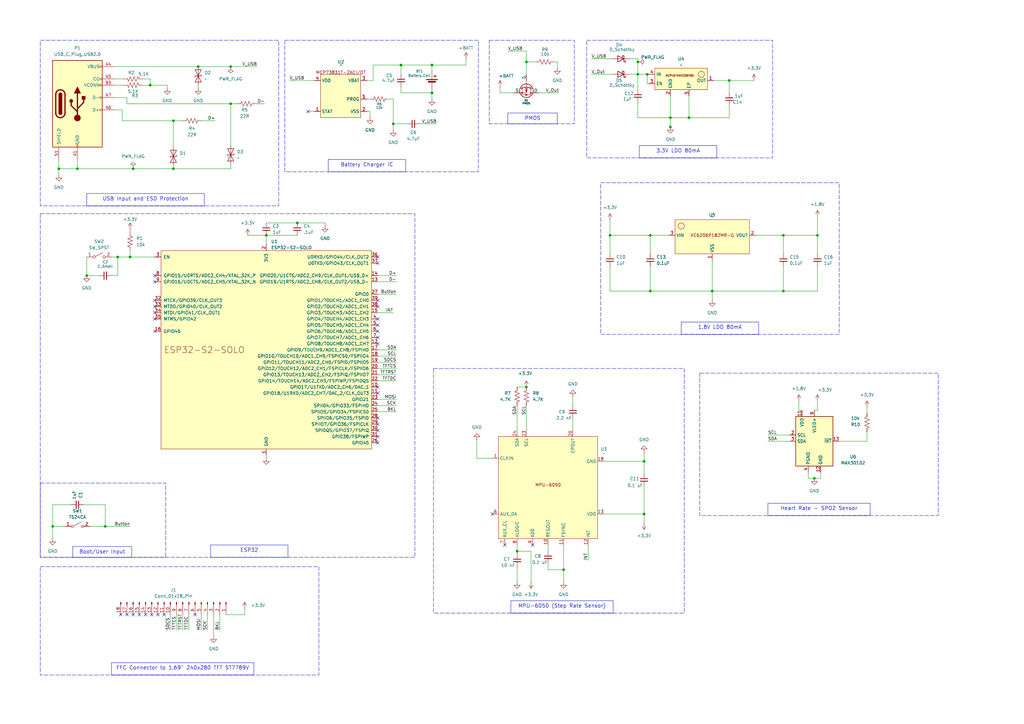
<source format=kicad_sch>
(kicad_sch (version 20231120) (generator "eeschema") (generator_version "8.0")
  (paper "A3")
  (junction (at 54.61 69.215))
  (junction (at 94.615 42.545))
  (junction (at 321.31 119.38))
  (junction (at 292.1 119.38))
  (junction (at 81.28 27.305))
  (junction (at 94.615 27.305))
  (junction (at 261.62 30.48))
  (junction (at 299.085 33.02))
  (junction (at 265.43 30.48))
  (junction (at 250.19 96.52))
  (junction (at 177.165 38.1))
  (junction (at 334.01 196.215))
  (junction (at 161.29 50.8))
  (junction (at 274.955 52.07))
  (junction (at 48.26 105.41))
  (junction (at 109.22 96.52))
  (junction (at 231.14 233.68))
  (junction (at 215.9 25.4))
  (junction (at 24.13 69.215))
  (junction (at 61.595 34.925))
  (junction (at 274.955 48.26))
  (junction (at 31.75 69.215))
  (junction (at 282.575 48.26))
  (junction (at 71.12 69.215))
  (junction (at 321.31 96.52))
  (junction (at 264.16 210.82))
  (junction (at 212.09 226.06))
  (junction (at 35.56 113.03))
  (junction (at 43.18 215.9))
  (junction (at 121.92 91.44))
  (junction (at 266.7 119.38))
  (junction (at 71.12 49.53))
  (junction (at 164.465 26.67))
  (junction (at 53.34 105.41))
  (junction (at 266.7 96.52))
  (junction (at 177.165 26.67))
  (junction (at 335.28 96.52))
  (junction (at 264.16 189.23))
  (junction (at 21.59 215.9))
  (junction (at 261.62 25.4))
  (junction (at 215.9 158.75))
  (no_connect (at 63.5 128.27))
  (no_connect (at 154.94 138.43))
  (no_connect (at 64.77 252.095))
  (no_connect (at 63.5 115.57))
  (no_connect (at 154.94 181.61))
  (no_connect (at 63.5 125.73))
  (no_connect (at 54.61 252.095))
  (no_connect (at 63.5 130.81))
  (no_connect (at 63.5 135.89))
  (no_connect (at 154.94 140.97))
  (no_connect (at 62.23 252.095))
  (no_connect (at 154.94 176.53))
  (no_connect (at 154.94 135.89))
  (no_connect (at 154.94 161.29))
  (no_connect (at 154.94 158.75))
  (no_connect (at 218.44 223.52))
  (no_connect (at 154.94 130.81))
  (no_connect (at 63.5 113.03))
  (no_connect (at 154.94 171.45))
  (no_connect (at 154.94 173.99))
  (no_connect (at 154.94 123.19))
  (no_connect (at 67.31 252.095))
  (no_connect (at 57.15 252.095))
  (no_connect (at 52.07 252.095))
  (no_connect (at 154.94 125.73))
  (no_connect (at 126.365 45.72))
  (no_connect (at 201.93 210.82))
  (no_connect (at 63.5 123.19))
  (no_connect (at 154.94 133.35))
  (no_connect (at 49.53 252.095))
  (no_connect (at 154.94 179.07))
  (no_connect (at 59.69 252.095))
  (no_connect (at 154.94 107.95))
  (no_connect (at 154.94 105.41))
  (no_connect (at 207.01 223.52))
  (no_connect (at 80.01 252.095))
  (wire (pts (xy 265.43 30.48) (xy 266.065 30.48)))
  (wire (pts (xy 355.6 167.005) (xy 355.6 169.545)))
  (wire (pts (xy 68.58 34.925) (xy 68.58 36.195)))
  (wire (pts (xy 177.165 26.67) (xy 191.135 26.67)))
  (wire (pts (xy 154.94 120.65) (xy 162.56 120.65)))
  (wire (pts (xy 274.955 52.07) (xy 274.955 53.34)))
  (wire (pts (xy 228.6 25.4) (xy 228.6 27.94)))
  (wire (pts (xy 159.385 40.64) (xy 161.29 40.64)))
  (wire (pts (xy 71.12 60.325) (xy 71.12 49.53)))
  (wire (pts (xy 31.75 69.215) (xy 54.61 69.215)))
  (wire (pts (xy 162.56 156.21) (xy 154.94 156.21)))
  (wire (pts (xy 48.26 105.41) (xy 53.34 105.41)))
  (wire (pts (xy 87.63 260.985) (xy 87.63 252.095)))
  (wire (pts (xy 261.62 25.4) (xy 261.62 30.48)))
  (wire (pts (xy 250.19 119.38) (xy 266.7 119.38)))
  (wire (pts (xy 195.58 180.34) (xy 195.58 187.96)))
  (wire (pts (xy 208.28 20.955) (xy 215.9 20.955)))
  (wire (pts (xy 52.07 40.005) (xy 52.07 42.545)))
  (wire (pts (xy 94.615 42.545) (xy 97.155 42.545)))
  (wire (pts (xy 162.56 143.51) (xy 154.94 143.51)))
  (wire (pts (xy 24.13 65.405) (xy 24.13 69.215)))
  (wire (pts (xy 151.765 48.26) (xy 151.765 45.72)))
  (wire (pts (xy 309.88 96.52) (xy 321.31 96.52)))
  (wire (pts (xy 53.34 93.98) (xy 53.34 95.25)))
  (wire (pts (xy 85.09 258.445) (xy 85.09 252.095)))
  (wire (pts (xy 191.135 24.13) (xy 191.135 26.67)))
  (wire (pts (xy 321.31 109.22) (xy 321.31 119.38)))
  (wire (pts (xy 82.55 252.095) (xy 82.55 258.445)))
  (wire (pts (xy 161.29 40.64) (xy 161.29 50.8)))
  (wire (pts (xy 43.18 207.01) (xy 43.18 215.9)))
  (wire (pts (xy 327.66 164.465) (xy 327.66 168.275)))
  (wire (pts (xy 250.19 104.14) (xy 250.19 96.52)))
  (wire (pts (xy 162.56 151.13) (xy 154.94 151.13)))
  (wire (pts (xy 46.99 32.385) (xy 50.8 32.385)))
  (wire (pts (xy 242.57 24.13) (xy 250.825 24.13)))
  (wire (pts (xy 100.33 252.095) (xy 92.71 252.095)))
  (wire (pts (xy 61.595 34.925) (xy 68.58 34.925)))
  (wire (pts (xy 77.47 252.095) (xy 77.47 258.445)))
  (wire (pts (xy 133.35 91.44) (xy 133.35 92.71)))
  (wire (pts (xy 153.035 33.02) (xy 150.495 33.02)))
  (wire (pts (xy 234.95 171.45) (xy 234.95 176.53)))
  (wire (pts (xy 258.445 24.13) (xy 261.62 24.13)))
  (wire (pts (xy 162.56 148.59) (xy 154.94 148.59)))
  (wire (pts (xy 266.065 34.29) (xy 265.43 34.29)))
  (wire (pts (xy 355.6 177.165) (xy 355.6 180.975)))
  (wire (pts (xy 327.66 168.275) (xy 328.93 168.275)))
  (wire (pts (xy 161.29 50.8) (xy 161.29 53.34)))
  (wire (pts (xy 50.165 49.53) (xy 50.165 45.085)))
  (wire (pts (xy 334.01 196.215) (xy 336.55 196.215)))
  (wire (pts (xy 50.165 49.53) (xy 71.12 49.53)))
  (wire (pts (xy 104.775 42.545) (xy 108.585 42.545)))
  (wire (pts (xy 274.955 48.26) (xy 274.955 52.07)))
  (wire (pts (xy 261.62 48.26) (xy 274.955 48.26)))
  (wire (pts (xy 61.595 32.385) (xy 61.595 34.925)))
  (wire (pts (xy 282.575 48.26) (xy 274.955 48.26)))
  (wire (pts (xy 162.56 168.91) (xy 154.94 168.91)))
  (wire (pts (xy 335.28 96.52) (xy 321.31 96.52)))
  (wire (pts (xy 321.31 96.52) (xy 321.31 104.14)))
  (wire (pts (xy 205.105 35.56) (xy 205.105 38.1)))
  (wire (pts (xy 335.28 88.9) (xy 335.28 96.52)))
  (wire (pts (xy 21.59 215.9) (xy 26.67 215.9)))
  (wire (pts (xy 72.39 252.095) (xy 72.39 258.445)))
  (wire (pts (xy 266.7 109.22) (xy 266.7 119.38)))
  (wire (pts (xy 164.465 26.67) (xy 164.465 30.48)))
  (wire (pts (xy 250.19 90.17) (xy 250.19 96.52)))
  (wire (pts (xy 35.56 105.41) (xy 35.56 113.03)))
  (wire (pts (xy 215.9 166.37) (xy 215.9 176.53)))
  (wire (pts (xy 212.09 158.75) (xy 215.9 158.75)))
  (wire (pts (xy 52.07 42.545) (xy 94.615 42.545)))
  (wire (pts (xy 299.085 33.02) (xy 309.245 33.02)))
  (wire (pts (xy 164.465 35.56) (xy 164.465 38.1)))
  (wire (pts (xy 258.445 30.48) (xy 261.62 30.48)))
  (wire (pts (xy 43.18 215.9) (xy 36.83 215.9)))
  (wire (pts (xy 81.28 27.305) (xy 94.615 27.305)))
  (wire (pts (xy 109.22 187.96) (xy 109.22 186.69)))
  (wire (pts (xy 54.61 69.215) (xy 71.12 69.215)))
  (wire (pts (xy 282.575 39.37) (xy 282.575 48.26)))
  (wire (pts (xy 264.16 199.39) (xy 264.16 210.82)))
  (wire (pts (xy 121.92 91.44) (xy 133.35 91.44)))
  (wire (pts (xy 21.59 215.9) (xy 21.59 220.98)))
  (wire (pts (xy 242.57 30.48) (xy 250.825 30.48)))
  (wire (pts (xy 58.42 32.385) (xy 61.595 32.385)))
  (wire (pts (xy 224.79 233.68) (xy 224.79 231.14)))
  (wire (pts (xy 336.55 193.675) (xy 336.55 196.215)))
  (wire (pts (xy 126.365 45.72) (xy 128.905 45.72)))
  (wire (pts (xy 241.3 223.52) (xy 241.3 229.87)))
  (wire (pts (xy 229.235 38.1) (xy 220.98 38.1)))
  (wire (pts (xy 46.99 27.305) (xy 81.28 27.305)))
  (wire (pts (xy 90.17 258.445) (xy 90.17 252.095)))
  (wire (pts (xy 29.21 207.01) (xy 21.59 207.01)))
  (wire (pts (xy 299.085 38.1) (xy 299.085 33.02)))
  (wire (pts (xy 264.16 189.23) (xy 264.16 194.31)))
  (wire (pts (xy 335.28 164.465) (xy 335.28 168.275)))
  (wire (pts (xy 212.09 232.41) (xy 212.09 238.76)))
  (wire (pts (xy 109.22 96.52) (xy 109.22 100.33)))
  (wire (pts (xy 109.22 91.44) (xy 121.92 91.44)))
  (wire (pts (xy 195.58 187.96) (xy 201.93 187.96)))
  (wire (pts (xy 177.165 26.67) (xy 177.165 29.21)))
  (wire (pts (xy 53.34 102.87) (xy 53.34 105.41)))
  (wire (pts (xy 247.65 189.23) (xy 264.16 189.23)))
  (wire (pts (xy 118.745 33.02) (xy 128.905 33.02)))
  (wire (pts (xy 212.09 226.06) (xy 212.09 227.33)))
  (wire (pts (xy 46.99 45.085) (xy 50.165 45.085)))
  (wire (pts (xy 164.465 26.67) (xy 177.165 26.67)))
  (wire (pts (xy 71.12 67.945) (xy 71.12 69.215)))
  (wire (pts (xy 58.42 34.925) (xy 61.595 34.925)))
  (wire (pts (xy 24.13 71.755) (xy 24.13 69.215)))
  (wire (pts (xy 261.62 24.13) (xy 261.62 25.4)))
  (wire (pts (xy 45.72 113.03) (xy 48.26 113.03)))
  (wire (pts (xy 247.65 210.82) (xy 264.16 210.82)))
  (wire (pts (xy 331.47 196.215) (xy 334.01 196.215)))
  (wire (pts (xy 35.56 113.03) (xy 40.64 113.03)))
  (wire (pts (xy 94.615 42.545) (xy 94.615 59.69)))
  (wire (pts (xy 21.59 207.01) (xy 21.59 215.9)))
  (wire (pts (xy 224.79 223.52) (xy 224.79 226.06)))
  (wire (pts (xy 261.62 41.91) (xy 261.62 48.26)))
  (wire (pts (xy 153.035 26.67) (xy 164.465 26.67)))
  (wire (pts (xy 161.29 50.8) (xy 167.005 50.8)))
  (wire (pts (xy 162.56 153.67) (xy 154.94 153.67)))
  (wire (pts (xy 162.56 166.37) (xy 154.94 166.37)))
  (wire (pts (xy 100.33 249.555) (xy 100.33 252.095)))
  (wire (pts (xy 212.09 166.37) (xy 212.09 176.53)))
  (wire (pts (xy 264.16 189.23) (xy 264.16 185.42)))
  (wire (pts (xy 266.7 96.52) (xy 266.7 104.14)))
  (wire (pts (xy 172.085 50.8) (xy 179.07 50.8)))
  (wire (pts (xy 335.28 168.275) (xy 334.01 168.275)))
  (wire (pts (xy 274.32 96.52) (xy 266.7 96.52)))
  (wire (pts (xy 177.165 38.1) (xy 177.165 40.64)))
  (wire (pts (xy 74.93 252.095) (xy 74.93 258.445)))
  (wire (pts (xy 53.34 105.41) (xy 63.5 105.41)))
  (wire (pts (xy 335.28 119.38) (xy 321.31 119.38)))
  (wire (pts (xy 331.47 193.675) (xy 331.47 196.215)))
  (wire (pts (xy 31.75 69.215) (xy 31.75 65.405)))
  (wire (pts (xy 48.26 113.03) (xy 48.26 105.41)))
  (wire (pts (xy 231.14 223.52) (xy 231.14 233.68)))
  (wire (pts (xy 355.6 180.975) (xy 344.17 180.975)))
  (wire (pts (xy 81.28 36.195) (xy 81.28 34.925)))
  (wire (pts (xy 205.105 38.1) (xy 210.82 38.1)))
  (wire (pts (xy 109.22 96.52) (xy 121.92 96.52)))
  (wire (pts (xy 162.56 115.57) (xy 154.94 115.57)))
  (wire (pts (xy 162.56 113.03) (xy 154.94 113.03)))
  (wire (pts (xy 314.96 180.975) (xy 323.85 180.975)))
  (wire (pts (xy 150.495 40.64) (xy 151.765 40.64)))
  (wire (pts (xy 250.19 96.52) (xy 266.7 96.52)))
  (wire (pts (xy 335.28 109.22) (xy 335.28 119.38)))
  (wire (pts (xy 162.56 163.83) (xy 154.94 163.83)))
  (wire (pts (xy 212.09 223.52) (xy 212.09 226.06)))
  (wire (pts (xy 215.9 20.955) (xy 215.9 25.4)))
  (wire (pts (xy 34.29 207.01) (xy 43.18 207.01)))
  (wire (pts (xy 292.1 123.19) (xy 292.1 119.38)))
  (wire (pts (xy 151.765 45.72) (xy 150.495 45.72)))
  (wire (pts (xy 219.71 25.4) (xy 215.9 25.4)))
  (wire (pts (xy 231.14 233.68) (xy 231.14 238.76)))
  (wire (pts (xy 299.085 33.02) (xy 292.735 33.02)))
  (wire (pts (xy 24.13 69.215) (xy 31.75 69.215)))
  (wire (pts (xy 94.615 27.305) (xy 105.41 27.305)))
  (wire (pts (xy 69.85 258.445) (xy 69.85 252.095)))
  (wire (pts (xy 45.72 105.41) (xy 48.26 105.41)))
  (wire (pts (xy 261.62 30.48) (xy 265.43 30.48)))
  (wire (pts (xy 71.12 69.215) (xy 94.615 69.215)))
  (wire (pts (xy 43.18 215.9) (xy 53.34 215.9)))
  (wire (pts (xy 299.085 48.26) (xy 282.575 48.26)))
  (wire (pts (xy 217.805 226.06) (xy 217.805 238.76)))
  (wire (pts (xy 250.19 109.22) (xy 250.19 119.38)))
  (wire (pts (xy 71.12 49.53) (xy 74.93 49.53)))
  (wire (pts (xy 274.955 48.26) (xy 274.955 39.37)))
  (wire (pts (xy 177.165 36.83) (xy 177.165 38.1)))
  (wire (pts (xy 101.6 96.52) (xy 109.22 96.52)))
  (wire (pts (xy 153.035 26.67) (xy 153.035 33.02)))
  (wire (pts (xy 82.55 49.53) (xy 88.265 49.53)))
  (wire (pts (xy 164.465 38.1) (xy 177.165 38.1)))
  (wire (pts (xy 265.43 34.29) (xy 265.43 30.48)))
  (wire (pts (xy 231.14 233.68) (xy 224.79 233.68)))
  (wire (pts (xy 46.99 34.925) (xy 50.8 34.925)))
  (wire (pts (xy 215.9 25.4) (xy 215.9 30.48)))
  (wire (pts (xy 264.16 210.82) (xy 264.16 214.63)))
  (wire (pts (xy 154.94 128.27) (xy 161.29 128.27)))
  (wire (pts (xy 212.09 226.06) (xy 217.805 226.06)))
  (wire (pts (xy 266.7 119.38) (xy 292.1 119.38)))
  (wire (pts (xy 299.085 43.18) (xy 299.085 48.26)))
  (wire (pts (xy 234.95 162.56) (xy 234.95 166.37)))
  (wire (pts (xy 228.6 25.4) (xy 227.33 25.4)))
  (wire (pts (xy 335.28 104.14) (xy 335.28 96.52)))
  (wire (pts (xy 261.62 30.48) (xy 261.62 36.83)))
  (wire (pts (xy 321.31 119.38) (xy 292.1 119.38)))
  (wire (pts (xy 94.615 67.31) (xy 94.615 69.215)))
  (wire (pts (xy 292.1 106.68) (xy 292.1 119.38)))
  (wire (pts (xy 46.99 40.005) (xy 52.07 40.005)))
  (wire (pts (xy 162.56 146.05) (xy 154.94 146.05)))
  (wire (pts (xy 314.96 178.435) (xy 323.85 178.435)))
  (rectangle (start 16.51 232.41) (end 130.81 276.86) (stroke (width 0) (type dash)))
  (rectangle (start 246.38 74.93) (end 344.17 137.16) (stroke (width 0) (type dash)))
  (rectangle (start 116.84 16.51) (end 196.215 70.485) (stroke (width 0) (type dash)))
  (rectangle (start 16.51 16.51) (end 114.3 84.455) (stroke (width 0) (type dash)))
  (rectangle (start 287.02 153.035) (end 384.81 211.455) (stroke (width 0) (type dash)))
  (rectangle (start 240.665 16.51) (end 316.865 64.77) (stroke (width 0) (type dash)))
  (rectangle (start 16.51 198.12) (end 67.945 228.6) (stroke (width 0) (type dash)))
  (rectangle (start 177.8 151.13) (end 280.67 251.46) (stroke (width 0) (type dash)))
  (rectangle (start 16.51 87.63) (end 170.18 228.6) (stroke (width 0) (type dash)))
  (rectangle (start 200.66 16.51) (end 235.585 50.8) (stroke (width 0) (type dash)))
  (text_box "1.8V LDO 80mA" (at 279.4 132.08 0) (size 31.75 5.08) (effects (font (size 1.524 1.524)) (justify top)))
  (text_box "3.3V LDO 80mA\n" (at 262.255 59.69 0) (size 31.75 5.08) (effects (font (size 1.524 1.524)) (justify top)))
  (text_box "Battery Charger IC\n" (at 134.62 65.405 0) (size 31.75 5.08) (effects (font (size 1.524 1.524)) (justify top)))
  (text_box "FFC Connector to 1.69\" 240x280 TFT ST7789V\n" (at 45.72 271.78 0) (size 58.42 5.08) (effects (font (size 1.524 1.524)) (justify top)))
  (text_box "Heart Rate - SPO2 Sensor\n" (at 314.96 206.375 0) (size 41.91 5.08) (effects (font (size 1.524 1.524)) (justify top)))
  (text_box "ESP32\n" (at 86.36 223.52 0) (size 31.75 5.08) (effects (font (size 1.524 1.524)) (justify top)))
  (text_box "PMOS" (at 208.28 46.355 0) (size 20.32 4.445) (effects (font (size 1.524 1.524)) (justify top)))
  (text_box "USB Input and ESD Protection\n" (at 35.56 79.375 0) (size 48.26 5.08) (effects (font (size 1.524 1.524)) (justify top)))
  (text_box "MPU-6050 (Step Rate Sensor)\n" (at 209.55 246.38 0) (size 41.91 5.08) (effects (font (size 1.524 1.524)) (justify top)))
  (text_box "Boot/User Input" (at 29.845 224.155 0) (size 24.13 4.445) (effects (font (size 1.524 1.524)) (justify top)))
  (label "MOSI" (at 162.56 163.83 180))
  (label "BKL" (at 162.56 168.91 180))
  (label "D-" (at 108.585 42.545 180))
  (label "SDA" (at 314.96 180.975 0))
  (label "TFTCS" (at 162.56 151.13 180))
  (label "D+" (at 88.265 49.53 180))
  (label "INT" (at 161.29 128.27 180))
  (label "SCK" (at 85.09 258.445 90))
  (label "SDA" (at 162.56 143.51 180))
  (label "SDCS" (at 69.85 258.445 90))
  (label "SCL" (at 215.9 170.18 90))
  (label "TFTCS" (at 72.39 258.445 90))
  (label "INT" (at 241.3 229.87 90))
  (label "Button" (at 53.34 215.9 180))
  (label "V_USB" (at 105.41 27.305 180))
  (label "SCL" (at 162.56 146.05 180))
  (label "TFTRST" (at 74.93 258.445 90))
  (label "TFTDC" (at 77.47 258.445 90))
  (label "SCK" (at 162.56 166.37 180))
  (label "SCL" (at 314.96 178.435 0))
  (label "V_USB" (at 208.28 20.955 0))
  (label "V_Out" (at 229.235 38.1 180))
  (label "V_USB" (at 179.07 50.8 180))
  (label "V_Out" (at 242.57 30.48 0))
  (label "V_USB" (at 118.745 33.02 0))
  (label "TFTDC" (at 162.56 156.21 180))
  (label "V_USB" (at 242.57 24.13 0))
  (label "SDA" (at 212.09 170.18 90))
  (label "MOSI" (at 82.55 258.445 90))
  (label "Button" (at 162.56 120.65 180))
  (label "D-" (at 162.56 115.57 180))
  (label "SDCS" (at 162.56 148.59 180))
  (label "BKL" (at 90.17 258.445 90))
  (label "D+" (at 162.56 113.03 180))
  (label "TFTRST" (at 162.56 153.67 180))
  (symbol (lib_id "Device:C_Small") (at 169.545 50.8 90) (unit 1)
    (property "Reference" "C6" (at 169.545 54.356 90))
    (property "Value" "4.7uF" (at 169.545 56.896 90))
    (property "Footprint" "Capacitor_SMD:C_0603_1608Metric" (effects (hide yes)))
    (property "Description" "Unpolarized capacitor, small symbol" (effects (hide yes)))
  )
  (symbol (lib_id "power:PWR_FLAG") (at 261.62 25.4 270) (unit 1)
    (property "Reference" "#FLG03" (effects (hide yes)))
    (property "Value" "PWR_FLAG" (at 262.89 23.495 90) (effects (justify left)))
    (property "Description" "Special symbol for telling ERC where power comes from" (effects (hide yes)))
  )
  (symbol (lib_id "Device:R_US") (at 53.34 99.06 0) (unit 1)
    (property "Reference" "R1" (at 55.88 97.7899 0) (effects (justify left)))
    (property "Value" "10k" (at 55.88 100.3299 0) (effects (justify left)))
    (property "Footprint" "Resistor_SMD:R_0603_1608Metric" (effects (hide yes)))
    (property "Description" "Resistor, US symbol" (effects (hide yes)))
  )
  (symbol (lib_id "Device:C_Small") (at 109.22 93.98 0) (unit 1)
    (property "Reference" "C3" (at 111.76 92.7162 0) (effects (justify left)))
    (property "Value" "1uF" (at 111.76 95.2562 0) (effects (justify left)))
    (property "Footprint" "Capacitor_SMD:C_0603_1608Metric" (effects (hide yes)))
    (property "Description" "Unpolarized capacitor, small symbol" (effects (hide yes)))
  )
  (symbol (lib_id "1.V LDO 80mA:XC6206P182MR-G") (at 292.1 86.36 0) (unit 1)
    (property "Reference" "U5" (at 292.1 88.138 0))
    (property "Value" "~" (at 292.1 88.9 0))
    (property "Footprint" "Package_TO_SOT_SMD:SOT-23" (effects (hide yes)))
  )
  (symbol (lib_id "Sensor:MAX30102") (at 334.01 180.975 0) (unit 1)
    (property "Reference" "U6" (at 349.885 187.325 0))
    (property "Value" "MAX30102" (at 349.885 189.865 0))
    (property "Footprint" "OptoDevice:Maxim_OLGA-14_3.3x5.6mm_P0.8mm" (effects (hide yes)))
    (property "Datasheet" "https://datasheets.maximintegrated.com/en/ds/MAX30102.pdf" (effects (hide yes)))
    (property "Description" "Heart Rate Sensor, 14-OLGA" (effects (hide yes)))
  )
  (symbol (lib_id "3.3V LDO 700mA:NCP167AMX330TBG") (at 278.765 26.67 0) (unit 1)
    (property "Reference" "U4" (at 279.4 24.13 0))
    (property "Value" "~" (at 279.4 26.67 0))
    (property "Footprint" "Package_DFN_QFN:OnSemi_XDFN4-1EP_1.0x1.0mm_EP0.52x0.52mm" (effects (hide yes)))
  )
  (symbol (lib_id "power:GND") (at 68.58 36.195 0) (unit 1)
    (property "Reference" "#PWR05" (effects (hide yes)))
    (property "Value" "GND" (at 68.58 41.275 0))
    (property "Description" "Power symbol creates a global label with name \"GND\" , ground" (effects (hide yes)))
  )
  (symbol (lib_id "power:GND") (at 109.22 187.96 0) (unit 1)
    (property "Reference" "#PWR010" (effects (hide yes)))
    (property "Value" "GND" (effects (hide yes)))
    (property "Description" "Power symbol creates a global label with name \"GND\" , ground" (effects (hide yes)))
  )
  (symbol (lib_name "GND_1") (lib_id "power:GND") (at 81.28 36.195 0) (unit 1)
    (property "Reference" "#PWR06" (effects (hide yes)))
    (property "Value" "GND" (at 81.28 41.275 0))
    (property "Description" "Power symbol creates a global label with name \"GND\" , ground" (effects (hide yes)))
  )
  (symbol (lib_id "Device:C_Small") (at 31.75 207.01 270) (unit 1)
    (property "Reference" "C1" (at 33.02 201.676 0) (effects (justify left)))
    (property "Value" "1uF" (at 30.48 201.168 0) (effects (justify left)))
    (property "Footprint" "Capacitor_SMD:C_0603_1608Metric" (effects (hide yes)))
    (property "Description" "Unpolarized capacitor, small symbol" (effects (hide yes)))
  )
  (symbol (lib_name "GND_1") (lib_id "power:GND") (at 87.63 260.985 0) (unit 1)
    (property "Reference" "#PWR07" (effects (hide yes)))
    (property "Value" "GND" (at 87.63 266.065 0))
    (property "Description" "Power symbol creates a global label with name \"GND\" , ground" (effects (hide yes)))
  )
  (symbol (lib_id "Device:R_US") (at 54.61 32.385 270) (mirror x) (unit 1)
    (property "Reference" "R2" (at 53.848 29.845 90))
    (property "Value" "5.1K" (at 58.928 30.353 90))
    (property "Footprint" "Resistor_SMD:R_0603_1608Metric" (effects (hide yes)))
    (property "Description" "Resistor, US symbol" (effects (hide yes)))
  )
  (symbol (lib_name "GND_7") (lib_id "power:GND") (at 35.56 113.03 0) (unit 1)
    (property "Reference" "#PWR03" (effects (hide yes)))
    (property "Value" "GND" (at 35.56 118.11 0))
    (property "Description" "Power symbol creates a global label with name \"GND\" , ground" (effects (hide yes)))
  )
  (symbol (lib_id "power:VCC") (at 355.6 167.005 0) (unit 1)
    (property "Reference" "#PWR034" (effects (hide yes)))
    (property "Value" "+3.3V" (at 355.6 161.925 0))
    (property "Description" "Power symbol creates a global label with name \"VCC\"" (effects (hide yes)))
  )
  (symbol (lib_id "Device:R_US") (at 78.74 49.53 90) (unit 1)
    (property "Reference" "R4" (at 78.74 52.705 90))
    (property "Value" "22R" (at 78.74 55.245 90))
    (property "Footprint" "Resistor_SMD:R_0603_1608Metric" (effects (hide yes)))
    (property "Description" "Resistor, US symbol" (effects (hide yes)))
  )
  (symbol (lib_id "power:VCC") (at 217.805 238.76 180) (unit 1)
    (property "Reference" "#PWR020" (effects (hide yes)))
    (property "Value" "+3.3V" (at 217.805 243.84 0))
    (property "Description" "Power symbol creates a global label with name \"VCC\"" (effects (hide yes)))
  )
  (symbol (lib_name "GND_1") (lib_id "power:GND") (at 292.1 123.19 0) (unit 1)
    (property "Reference" "#PWR028" (effects (hide yes)))
    (property "Value" "GND" (at 292.1 128.27 0))
    (property "Description" "Power symbol creates a global label with name \"GND\" , ground" (effects (hide yes)))
  )
  (symbol (lib_id "Device:C_Small") (at 266.7 106.68 0) (unit 1)
    (property "Reference" "C13" (at 269.24 105.4162 0) (effects (justify left)))
    (property "Value" "0.1uF" (at 269.24 107.9562 0) (effects (justify left)))
    (property "Footprint" "Capacitor_SMD:C_0603_1608Metric" (effects (hide yes)))
    (property "Description" "Unpolarized capacitor, small symbol" (effects (hide yes)))
  )
  (symbol (lib_name "GND_1") (lib_id "power:GND") (at 234.95 162.56 180) (unit 1)
    (property "Reference" "#PWR023" (effects (hide yes)))
    (property "Value" "GND" (at 234.95 157.48 0))
    (property "Description" "Power symbol creates a global label with name \"GND\" , ground" (effects (hide yes)))
  )
  (symbol (lib_id "Device:R_US") (at 223.52 25.4 90) (unit 1)
    (property "Reference" "R9" (at 224.79 20.3199 90) (effects (justify left)))
    (property "Value" "10k" (at 225.425 22.225 90) (effects (justify left)))
    (property "Footprint" "Resistor_SMD:R_0603_1608Metric" (effects (hide yes)))
    (property "Description" "Resistor, US symbol" (effects (hide yes)))
  )
  (symbol (lib_id "Device:C_Small") (at 299.085 40.64 180) (unit 1)
    (property "Reference" "C14" (at 304.419 41.91 0) (effects (justify left)))
    (property "Value" "1uF" (at 304.927 39.37 0) (effects (justify left)))
    (property "Footprint" "Capacitor_SMD:C_0603_1608Metric" (effects (hide yes)))
    (property "Description" "Unpolarized capacitor, small symbol" (effects (hide yes)))
  )
  (symbol (lib_id "power:+3.3V") (at 53.34 93.98 0) (unit 1)
    (property "Reference" "#PWR04" (effects (hide yes)))
    (property "Value" "+3.3V" (at 53.34 89.916 0))
    (property "Description" "Power symbol creates a global label with name \"+3.3V\"" (effects (hide yes)))
  )
  (symbol (lib_name "GND_1") (lib_id "power:GND") (at 334.01 196.215 0) (unit 1)
    (property "Reference" "#PWR031" (effects (hide yes)))
    (property "Value" "GND" (at 334.01 201.295 0))
    (property "Description" "Power symbol creates a global label with name \"GND\" , ground" (effects (hide yes)))
  )
  (symbol (lib_id "power:VCC") (at 327.66 164.465 0) (unit 1)
    (property "Reference" "#PWR030" (effects (hide yes)))
    (property "Value" "+1.8V" (at 327.66 159.385 0))
    (property "Description" "Power symbol creates a global label with name \"VCC\"" (effects (hide yes)))
  )
  (symbol (lib_name "GND_3") (lib_id "power:GND") (at 195.58 180.34 180) (unit 1)
    (property "Reference" "#PWR016" (effects (hide yes)))
    (property "Value" "GND" (at 195.58 175.26 0))
    (property "Description" "Power symbol creates a global label with name \"GND\" , ground" (effects (hide yes)))
  )
  (symbol (lib_id "power:VCC") (at 100.33 249.555 0) (unit 1)
    (property "Reference" "#PWR08" (effects (hide yes)))
    (property "Value" "+3.3V" (at 102.87 248.2849 0) (effects (justify left)))
    (property "Description" "Power symbol creates a global label with name \"VCC\"" (effects (hide yes)))
  )
  (symbol (lib_id "Switch:SW_SPST") (at 40.64 105.41 0) (unit 1)
    (property "Reference" "SW2" (at 40.64 99.06 0))
    (property "Value" "SW_SPST" (at 40.64 101.6 0))
    (property "Footprint" "Button_Switch_SMD:Panasonic_EVQPUM_EVQPUD" (effects (hide yes)))
    (property "Description" "Single Pole Single Throw (SPST) switch" (effects (hide yes)))
  )
  (symbol (lib_id "Diode:SD05_SOD323") (at 94.615 63.5 90) (mirror x) (unit 1)
    (property "Reference" "D3" (at 97.155 62.2299 90) (effects (justify right)))
    (property "Value" "~" (at 97.155 64.7699 90) (effects (justify right)))
    (property "Footprint" "Diode_SMD:D_SOD-882" (effects (hide yes)))
    (property "Datasheet" "https://www.littelfuse.com/~/media/electronics/datasheets/tvs_diode_arrays/littelfuse_tvs_diode_array_sd_c_datasheet.pdf.pdf" (effects (hide yes)))
    (property "Description" "5V, 450W Discrete Bidirectional TVS Diode, SOD-323" (effects (hide yes)))
  )
  (symbol (lib_id "power:+BATT") (at 205.105 35.56 0) (unit 1)
    (property "Reference" "#PWR017" (effects (hide yes)))
    (property "Value" "+BATT" (at 207.645 31.115 0))
    (property "Description" "Power symbol creates a global label with name \"+BATT\"" (effects (hide yes)))
  )
  (symbol (lib_id "Device:R_US") (at 355.6 173.355 0) (mirror y) (unit 1)
    (property "Reference" "R10" (at 348.996 174.117 0) (effects (justify right)))
    (property "Value" "10k" (at 348.996 171.577 0) (effects (justify right)))
    (property "Footprint" "Capacitor_SMD:C_0603_1608Metric" (effects (hide yes)))
    (property "Description" "Resistor, US symbol" (effects (hide yes)))
  )
  (symbol (lib_id "Device:R_US") (at 215.9 162.56 0) (mirror y) (unit 1)
    (property "Reference" "R8" (at 218.44 161.2899 0) (effects (justify right)))
    (property "Value" "4.7K" (at 218.44 163.8299 0) (effects (justify right)))
    (property "Footprint" "Resistor_SMD:R_0603_1608Metric" (effects (hide yes)))
    (property "Description" "Resistor, US symbol" (effects (hide yes)))
  )
  (symbol (lib_id "Device:C_Small") (at 224.79 228.6 0) (unit 1)
    (property "Reference" "C8" (at 219.202 228.092 0) (effects (justify left)))
    (property "Value" "0.1 uF" (at 218.186 230.632 0) (effects (justify left)))
    (property "Footprint" "Capacitor_SMD:C_0603_1608Metric" (effects (hide yes)))
    (property "Description" "Unpolarized capacitor, small symbol" (effects (hide yes)))
  )
  (symbol (lib_id "Device:C_Small") (at 335.28 106.68 0) (unit 1)
    (property "Reference" "C16" (at 337.82 105.4162 0) (effects (justify left)))
    (property "Value" "1uF" (at 337.82 107.9562 0) (effects (justify left)))
    (property "Footprint" "Capacitor_SMD:C_0603_1608Metric" (effects (hide yes)))
    (property "Description" "Unpolarized capacitor, small symbol" (effects (hide yes)))
  )
  (symbol (lib_id "Connector:Conn_01x18_Pin") (at 72.39 247.015 270) (unit 1)
    (property "Reference" "J1" (at 71.12 241.935 90))
    (property "Value" "Conn_01x18_Pin" (at 71.12 244.475 90))
    (property "Footprint" "Connector_FFC-FPC:Hirose_FH12-18S-0.5SH_1x18-1MP_P0.50mm_Horizontal" (effects (hide yes)))
    (property "Description" "Generic connector, single row, 01x18, script generated" (effects (hide yes)))
  )
  (symbol (lib_id "Device:D_Schottky") (at 254.635 30.48 180) (unit 1)
    (property "Reference" "D5" (at 255.27 33.02 0) (effects (justify left)))
    (property "Value" "D_Schottky" (at 260.35 34.925 0) (effects (justify left)))
    (property "Description" "Schottky diode" (effects (hide yes)))
  )
  (symbol (lib_id "Connector:USB_C_Plug_USB2.0") (at 31.75 42.545 0) (unit 1)
    (property "Reference" "P1" (at 31.75 19.685 0))
    (property "Value" "USB_C_Plug_USB2.0" (at 31.75 22.225 0))
    (property "Footprint" "Connector_USB:USB_C_Receptacle_Molex_105450-0101" (effects (hide yes)))
    (property "Datasheet" "https://www.usb.org/sites/default/files/documents/usb_type-c.zip" (effects (hide yes)))
    (property "Description" "USB 2.0-only Type-C Plug connector" (effects (hide yes)))
  )
  (symbol (lib_id "esp32:ESP32-S2-SOLO") (at 109.22 143.51 0) (unit 1)
    (property "Reference" "U1" (at 111.1759 99.06 0) (effects (justify left)))
    (property "Value" "ESP32-S2-SOLO" (at 111.1759 101.6 0) (effects (justify left)))
    (property "Footprint" "ESP32_Solo:ESP32-S2-SOLO" (effects (hide yes)))
    (property "Datasheet" "https://www.espressif.com/sites/default/files/documentation/esp32-s2-solo_esp32-s2-solo-u_datasheet_en.pdf" (effects (hide yes)))
  )
  (symbol (lib_id "Device:C_Small") (at 234.95 168.91 0) (unit 1)
    (property "Reference" "C9" (at 229.108 168.91 0) (effects (justify left)))
    (property "Value" "2.2 nF" (at 228.092 171.45 0) (effects (justify left)))
    (property "Footprint" "Capacitor_SMD:C_0603_1608Metric" (effects (hide yes)))
    (property "Description" "Unpolarized capacitor, small symbol" (effects (hide yes)))
  )
  (symbol (lib_id "Diode:SD05_SOD323") (at 81.28 31.115 90) (mirror x) (unit 1)
    (property "Reference" "D2" (at 83.82 29.8449 90) (effects (justify right)))
    (property "Value" "~" (at 83.82 32.3849 90) (effects (justify right)))
    (property "Footprint" "Diode_SMD:D_SOD-882" (effects (hide yes)))
    (property "Datasheet" "https://www.littelfuse.com/~/media/electronics/datasheets/tvs_diode_arrays/littelfuse_tvs_diode_array_sd_c_datasheet.pdf.pdf" (effects (hide yes)))
    (property "Description" "5V, 450W Discrete Bidirectional TVS Diode, SOD-323" (effects (hide yes)))
  )
  (symbol (lib_name "GND_8") (lib_id "power:GND") (at 151.765 48.26 0) (unit 1)
    (property "Reference" "#PWR012" (effects (hide yes)))
    (property "Value" "GND" (at 151.765 53.34 0))
    (property "Description" "Power symbol creates a global label with name \"GND\" , ground" (effects (hide yes)))
  )
  (symbol (lib_name "GND_1") (lib_id "power:GND") (at 21.59 220.98 0) (unit 1)
    (property "Reference" "#PWR01" (effects (hide yes)))
    (property "Value" "GND" (at 21.59 226.06 0))
    (property "Description" "Power symbol creates a global label with name \"GND\" , ground" (effects (hide yes)))
  )
  (symbol (lib_id "Device:C_Small") (at 212.09 229.87 0) (unit 1)
    (property "Reference" "C7" (at 206.502 229.362 0) (effects (justify left)))
    (property "Value" "10 nF" (at 205.486 231.902 0) (effects (justify left)))
    (property "Footprint" "Capacitor_SMD:C_0603_1608Metric" (effects (hide yes)))
    (property "Description" "Unpolarized capacitor, small symbol" (effects (hide yes)))
  )
  (symbol (lib_id "power:VCC") (at 335.28 164.465 0) (unit 1)
    (property "Reference" "#PWR033" (effects (hide yes)))
    (property "Value" "+3.3V" (at 338.328 159.893 0))
    (property "Description" "Power symbol creates a global label with name \"VCC\"" (effects (hide yes)))
  )
  (symbol (lib_id "Device:C_Small") (at 261.62 39.37 0) (unit 1)
    (property "Reference" "C12" (at 256.032 38.354 0) (effects (justify left)))
    (property "Value" "1uF" (at 255.524 40.64 0) (effects (justify left)))
    (property "Footprint" "Capacitor_SMD:C_0603_1608Metric" (effects (hide yes)))
    (property "Description" "Unpolarized capacitor, small symbol" (effects (hide yes)))
  )
  (symbol (lib_id "Simulation_SPICE:PMOS") (at 215.9 35.56 270) (unit 1)
    (property "Reference" "Q1" (at 215.9 41.148 90) (effects (font (size 0.762 0.762))))
    (property "Value" "PMOS" (at 215.9 42.418 90) (effects (font (size 0.762 0.762))))
    (property "Footprint" "Package_TO_SOT_SMD:SOT-23" (effects (hide yes)))
    (property "Datasheet" "https://ngspice.sourceforge.io/docs/ngspice-html-manual/manual.xhtml#cha_MOSFETs" (effects (hide yes)))
    (property "Description" "P-MOSFET transistor, drain/source/gate" (effects (hide yes)))
    (property "Sim.Device" "PMOS" (effects (hide yes)))
    (property "Sim.Type" "VDMOS" (effects (hide yes)))
    (property "Sim.Pins" "1=D 2=G 3=S" (effects (hide yes)))
  )
  (symbol (lib_id "Device:C_Small") (at 121.92 93.98 0) (unit 1)
    (property "Reference" "C4" (at 124.46 92.7162 0) (effects (justify left)))
    (property "Value" ".1uF" (at 124.46 95.2562 0) (effects (justify left)))
    (property "Footprint" "Capacitor_SMD:C_0603_1608Metric" (effects (hide yes)))
    (property "Description" "Unpolarized capacitor, small symbol" (effects (hide yes)))
  )
  (symbol (lib_id "Device:C_Small") (at 264.16 196.85 0) (unit 1)
    (property "Reference" "C11" (at 258.318 196.342 0) (effects (justify left)))
    (property "Value" "0.1 uF" (at 257.302 199.136 0) (effects (justify left)))
    (property "Footprint" "Capacitor_SMD:C_0603_1608Metric" (effects (hide yes)))
    (property "Description" "Unpolarized capacitor, small symbol" (effects (hide yes)))
  )
  (symbol (lib_id "power:VCC") (at 264.16 214.63 180) (unit 1)
    (property "Reference" "#PWR026" (effects (hide yes)))
    (property "Value" "+3.3V" (at 264.16 219.71 0))
    (property "Description" "Power symbol creates a global label with name \"VCC\"" (effects (hide yes)))
  )
  (symbol (lib_id "MPU-6050:MPU-6050") (at 224.79 162.56 0) (unit 1)
    (property "Reference" "U3" (at 247.65 184.1814 0))
    (property "Value" "~" (at 247.65 186.0865 0))
    (property "Footprint" "Package_DFN_QFN:QFN-24-1EP_4x4mm_P0.5mm_EP2.7x2.6mm" (effects (hide yes)))
  )
  (symbol (lib_id "power:VCC") (at 335.28 88.9 0) (unit 1)
    (property "Reference" "#PWR032" (effects (hide yes)))
    (property "Value" "+1.8V" (at 335.28 83.82 0))
    (property "Description" "Power symbol creates a global label with name \"VCC\"" (effects (hide yes)))
  )
  (symbol (lib_name "GND_4") (lib_id "power:GND") (at 231.14 238.76 0) (unit 1)
    (property "Reference" "#PWR022" (effects (hide yes)))
    (property "Value" "GND" (at 231.14 243.84 0))
    (property "Description" "Power symbol creates a global label with name \"GND\" , ground" (effects (hide yes)))
  )
  (symbol (lib_name "GND_1") (lib_id "power:GND") (at 274.955 52.07 0) (unit 1)
    (property "Reference" "#PWR027" (effects (hide yes)))
    (property "Value" "GND" (at 274.955 57.15 0))
    (property "Description" "Power symbol creates a global label with name \"GND\" , ground" (effects (hide yes)))
  )
  (symbol (lib_name "MCP73831T-2ACI/OT_1") (lib_id "Li-Ion Battery Charger:MCP73831T-2ACI/OT") (at 125.095 45.72 0) (unit 1)
    (property "Reference" "U2" (at 139.827 25.4 0))
    (property "Value" "~" (at 139.827 26.67 0))
    (property "Footprint" "Package_TO_SOT_SMD:SOT-23-5" (effects (hide yes)))
  )
  (symbol (lib_name "GND_1") (lib_id "power:GND") (at 24.13 71.755 0) (unit 1)
    (property "Reference" "#PWR02" (effects (hide yes)))
    (property "Value" "GND" (at 24.13 76.835 0))
    (property "Description" "Power symbol creates a global label with name \"GND\" , ground" (effects (hide yes)))
  )
  (symbol (lib_id "power:PWR_FLAG") (at 94.615 27.305 180) (unit 1)
    (property "Reference" "#FLG02" (effects (hide yes)))
    (property "Value" "PWR_FLAG" (at 94.615 32.385 0))
    (property "Description" "Special symbol for telling ERC where power comes from" (effects (hide yes)))
  )
  (symbol (lib_id "power:+BATT") (at 191.135 24.13 0) (unit 1)
    (property "Reference" "#PWR015" (effects (hide yes)))
    (property "Value" "+BATT" (at 191.135 19.685 0))
    (property "Description" "Power symbol creates a global label with name \"+BATT\"" (effects (hide yes)))
  )
  (symbol (lib_name "GND_8") (lib_id "power:GND") (at 161.29 53.34 0) (unit 1)
    (property "Reference" "#PWR013" (effects (hide yes)))
    (property "Value" "GND" (at 161.29 58.42 0))
    (property "Description" "Power symbol creates a global label with name \"GND\" , ground" (effects (hide yes)))
  )
  (symbol (lib_id "Device:R_US") (at 212.09 162.56 0) (mirror x) (unit 1)
    (property "Reference" "R7" (at 209.55 161.2899 0) (effects (justify right)))
    (property "Value" "4.7K" (at 209.55 163.8299 0) (effects (justify right)))
    (property "Footprint" "Resistor_SMD:R_0603_1608Metric" (effects (hide yes)))
    (property "Description" "Resistor, US symbol" (effects (hide yes)))
  )
  (symbol (lib_id "Switch:SW_SPST") (at 31.75 215.9 0) (unit 1)
    (property "Reference" "SW1" (at 31.75 209.55 0))
    (property "Value" "TS24CA" (at 31.75 212.09 0))
    (property "Footprint" "Button_Switch_SMD:Panasonic_EVQPUM_EVQPUD" (effects (hide yes)))
    (property "Description" "Single Pole Single Throw (SPST) switch" (effects (hide yes)))
  )
  (symbol (lib_id "power:+3.3V") (at 101.6 96.52 0) (unit 1)
    (property "Reference" "#PWR09" (effects (hide yes)))
    (property "Value" "+3.3V" (at 101.6 91.44 0))
    (property "Description" "Power symbol creates a global label with name \"+3.3V\"" (effects (hide yes)))
  )
  (symbol (lib_id "power:PWR_FLAG") (at 54.61 69.215 0) (unit 1)
    (property "Reference" "#FLG01" (effects (hide yes)))
    (property "Value" "PWR_FLAG" (at 54.61 64.135 0))
    (property "Description" "Special symbol for telling ERC where power comes from" (effects (hide yes)))
  )
  (symbol (lib_name "GND_2") (lib_id "power:GND") (at 212.09 238.76 0) (unit 1)
    (property "Reference" "#PWR018" (effects (hide yes)))
    (property "Value" "GND" (at 212.09 243.84 0))
    (property "Description" "Power symbol creates a global label with name \"GND\" , ground" (effects (hide yes)))
  )
  (symbol (lib_name "GND_8") (lib_id "power:GND") (at 177.165 40.64 0) (unit 1)
    (property "Reference" "#PWR014" (effects (hide yes)))
    (property "Value" "GND" (at 177.165 45.72 0))
    (property "Description" "Power symbol creates a global label with name \"GND\" , ground" (effects (hide yes)))
  )
  (symbol (lib_id "Device:R_US") (at 155.575 40.64 90) (unit 1)
    (property "Reference" "R6" (at 155.575 42.672 90) (effects (font (size 1.016 1.016))))
    (property "Value" "10k" (at 155.575 44.196 90) (effects (font (size 1.016 1.016))))
    (property "Footprint" "Resistor_SMD:R_0603_1608Metric" (effects (hide yes)))
    (property "Description" "Resistor, US symbol" (effects (hide yes)))
  )
  (symbol (lib_id "power:VCC") (at 309.245 33.02 0) (unit 1)
    (property "Reference" "#PWR029" (effects (hide yes)))
    (property "Value" "+3.3V" (at 309.245 27.94 0))
    (property "Description" "Power symbol creates a global label with name \"VCC\"" (effects (hide yes)))
  )
  (symbol (lib_id "Device:Battery_Cell") (at 177.165 34.29 0) (unit 1)
    (property "Reference" "BT1" (at 172.085 29.21 0) (effects (font (size 1.016 1.016))))
    (property "Value" "Battery_Cell" (at 172.0215 30.988 0) (effects (font (size 1.016 1.016))))
    (property "Footprint" "Connector_JST:JST_PH_S2B-PH-K_1x02_P2.00mm_Horizontal" (effects (hide yes)))
    (property "Description" "Single-cell battery" (effects (hide yes)))
  )
  (symbol (lib_id "Device:C_Small") (at 43.18 113.03 90) (unit 1)
    (property "Reference" "C2" (at 43.18 107.442 90) (effects (font (size 1.016 1.016))))
    (property "Value" "C_Small" (at 43.1863 109.22 90) (effects (font (size 1.016 1.016))))
    (property "Footprint" "Capacitor_SMD:C_0603_1608Metric" (effects (hide yes)))
    (property "Description" "Unpolarized capacitor, small symbol" (effects (hide yes)))
  )
  (symbol (lib_id "Diode:SD05_SOD323") (at 71.12 64.135 90) (mirror x) (unit 1)
    (property "Reference" "D1" (at 73.66 62.8649 90) (effects (justify right)))
    (property "Value" "SD05_SOD323" (effects (hide yes)))
    (property "Footprint" "Diode_SMD:D_SOD-882" (effects (hide yes)))
    (property "Datasheet" "https://www.littelfuse.com/~/media/electronics/datasheets/tvs_diode_arrays/littelfuse_tvs_diode_array_sd_c_datasheet.pdf.pdf" (effects (hide yes)))
    (property "Description" "5V, 450W Discrete Bidirectional TVS Diode, SOD-323" (effects (hide yes)))
  )
  (symbol (lib_id "Device:C_Small") (at 164.465 33.02 0) (unit 1)
    (property "Reference" "C5" (at 159.639 30.988 0))
    (property "Value" "4.7uF" (at 159.385 33.02 0))
    (property "Footprint" "Capacitor_SMD:C_0603_1608Metric" (effects (hide yes)))
    (property "Description" "Unpolarized capacitor, small symbol" (effects (hide yes)))
  )
  (symbol (lib_id "Device:R_US") (at 100.965 42.545 90) (unit 1)
    (property "Reference" "R5" (at 100.33 45.085 90))
    (property "Value" "22R" (at 100.33 47.625 90))
    (property "Footprint" "Resistor_SMD:R_0603_1608Metric" (effects (hide yes)))
    (property "Description" "Resistor, US symbol" (effects (hide yes)))
  )
  (symbol (lib_name "GND_5") (lib_id "power:GND") (at 264.16 185.42 180) (unit 1)
    (property "Reference" "#PWR025" (effects (hide yes)))
    (property "Value" "GND" (at 264.16 180.34 0))
    (property "Description" "Power symbol creates a global label with name \"GND\" , ground" (effects (hide yes)))
  )
  (symbol (lib_id "Device:C_Small") (at 321.31 106.68 0) (unit 1)
    (property "Reference" "C15" (at 323.85 105.4162 0) (effects (justify left)))
    (property "Value" "0.1uF" (at 323.85 107.9562 0) (effects (justify left)))
    (property "Footprint" "Capacitor_SMD:C_0603_1608Metric" (effects (hide yes)))
    (property "Description" "Unpolarized capacitor, small symbol" (effects (hide yes)))
  )
  (symbol (lib_name "GND_6") (lib_id "power:GND") (at 133.35 92.71 0) (unit 1)
    (property "Reference" "#PWR011" (effects (hide yes)))
    (property "Value" "GND" (at 133.35 97.79 0))
    (property "Description" "Power symbol creates a global label with name \"GND\" , ground" (effects (hide yes)))
  )
  (symbol (lib_id "Device:R_US") (at 54.61 34.925 90) (mirror x) (unit 1)
    (property "Reference" "R3" (at 55.372 39.243 90))
    (property "Value" "5.1K" (at 54.61 37.465 90))
    (property "Footprint" "Resistor_SMD:R_0603_1608Metric" (effects (hide yes)))
    (property "Description" "Resistor, US symbol" (effects (hide yes)))
  )
  (symbol (lib_id "power:VCC") (at 250.19 90.17 0) (unit 1)
    (property "Reference" "#PWR024" (effects (hide yes)))
    (property "Value" "+3.3V" (at 250.19 85.09 0))
    (property "Description" "Power symbol creates a global label with name \"VCC\"" (effects (hide yes)))
  )
  (symbol (lib_id "Device:C_Small") (at 250.19 106.68 0) (unit 1)
    (property "Reference" "C10" (at 252.73 105.4162 0) (effects (justify left)))
    (property "Value" "1uF" (at 252.73 107.9562 0) (effects (justify left)))
    (property "Footprint" "Capacitor_SMD:C_0603_1608Metric" (effects (hide yes)))
    (property "Description" "Unpolarized capacitor, small symbol" (effects (hide yes)))
  )
  (symbol (lib_id "power:VCC") (at 215.9 158.75 0) (unit 1)
    (property "Reference" "#PWR019" (effects (hide yes)))
    (property "Value" "+3.3V" (at 215.392 153.162 0))
    (property "Description" "Power symbol creates a global label with name \"VCC\"" (effects (hide yes)))
  )
  (symbol (lib_id "Device:D_Schottky") (at 254.635 24.13 180) (unit 1)
    (property "Reference" "D4" (at 255.27 18.415 0) (effects (justify left)))
    (property "Value" "D_Schottky" (at 260.35 20.32 0) (effects (justify left)))
    (property "Description" "Schottky diode" (effects (hide yes)))
  )
  (symbol (lib_id "power:GND") (at 228.6 27.94 0) (unit 1)
    (property "Reference" "#PWR021" (effects (hide yes)))
    (property "Value" "GND" (at 228.6 33.02 0))
    (property "Description" "Power symbol creates a global label with name \"GND\" , ground" (effects (hide yes)))
  )
)
</source>
